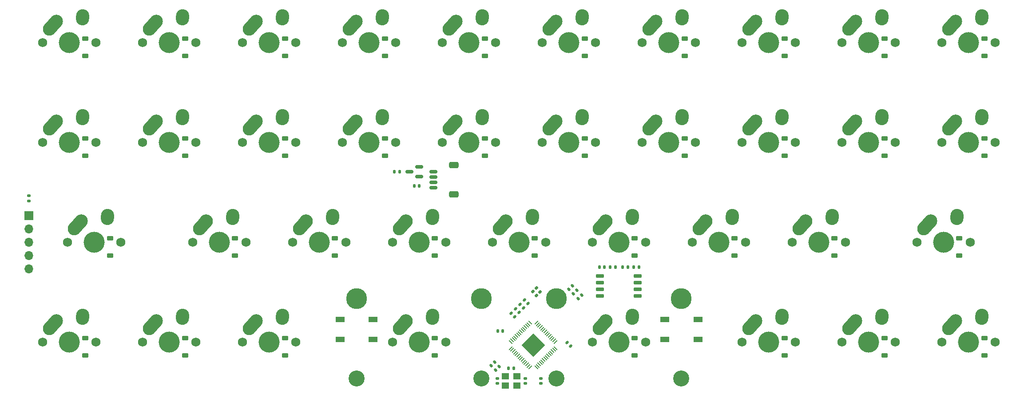
<source format=gbs>
%TF.GenerationSoftware,KiCad,Pcbnew,8.0.5*%
%TF.CreationDate,2024-10-22T20:48:18-04:00*%
%TF.ProjectId,alpha,616c7068-612e-46b6-9963-61645f706362,rev?*%
%TF.SameCoordinates,PX1c62fe0PY650e7e0*%
%TF.FileFunction,Soldermask,Bot*%
%TF.FilePolarity,Negative*%
%FSLAX46Y46*%
G04 Gerber Fmt 4.6, Leading zero omitted, Abs format (unit mm)*
G04 Created by KiCad (PCBNEW 8.0.5) date 2024-10-22 20:48:18*
%MOMM*%
%LPD*%
G01*
G04 APERTURE LIST*
G04 Aperture macros list*
%AMRoundRect*
0 Rectangle with rounded corners*
0 $1 Rounding radius*
0 $2 $3 $4 $5 $6 $7 $8 $9 X,Y pos of 4 corners*
0 Add a 4 corners polygon primitive as box body*
4,1,4,$2,$3,$4,$5,$6,$7,$8,$9,$2,$3,0*
0 Add four circle primitives for the rounded corners*
1,1,$1+$1,$2,$3*
1,1,$1+$1,$4,$5*
1,1,$1+$1,$6,$7*
1,1,$1+$1,$8,$9*
0 Add four rect primitives between the rounded corners*
20,1,$1+$1,$2,$3,$4,$5,0*
20,1,$1+$1,$4,$5,$6,$7,0*
20,1,$1+$1,$6,$7,$8,$9,0*
20,1,$1+$1,$8,$9,$2,$3,0*%
%AMHorizOval*
0 Thick line with rounded ends*
0 $1 width*
0 $2 $3 position (X,Y) of the first rounded end (center of the circle)*
0 $4 $5 position (X,Y) of the second rounded end (center of the circle)*
0 Add line between two ends*
20,1,$1,$2,$3,$4,$5,0*
0 Add two circle primitives to create the rounded ends*
1,1,$1,$2,$3*
1,1,$1,$4,$5*%
%AMRotRect*
0 Rectangle, with rotation*
0 The origin of the aperture is its center*
0 $1 length*
0 $2 width*
0 $3 Rotation angle, in degrees counterclockwise*
0 Add horizontal line*
21,1,$1,$2,0,0,$3*%
G04 Aperture macros list end*
%ADD10C,1.750000*%
%ADD11C,4.000000*%
%ADD12HorizOval,2.500000X0.656270X0.728862X-0.656270X-0.728862X0*%
%ADD13C,2.500000*%
%ADD14HorizOval,2.500000X0.020277X0.289981X-0.020277X-0.289981X0*%
%ADD15C,3.987800*%
%ADD16C,3.048000*%
%ADD17RoundRect,0.140000X0.219203X0.021213X0.021213X0.219203X-0.219203X-0.021213X-0.021213X-0.219203X0*%
%ADD18RoundRect,0.225000X0.375000X-0.225000X0.375000X0.225000X-0.375000X0.225000X-0.375000X-0.225000X0*%
%ADD19RoundRect,0.140000X-0.021213X0.219203X-0.219203X0.021213X0.021213X-0.219203X0.219203X-0.021213X0*%
%ADD20R,1.700000X1.000000*%
%ADD21RoundRect,0.135000X-0.135000X-0.185000X0.135000X-0.185000X0.135000X0.185000X-0.135000X0.185000X0*%
%ADD22RoundRect,0.140000X0.140000X0.170000X-0.140000X0.170000X-0.140000X-0.170000X0.140000X-0.170000X0*%
%ADD23RoundRect,0.150000X0.650000X0.150000X-0.650000X0.150000X-0.650000X-0.150000X0.650000X-0.150000X0*%
%ADD24RoundRect,0.140000X0.170000X-0.140000X0.170000X0.140000X-0.170000X0.140000X-0.170000X-0.140000X0*%
%ADD25RoundRect,0.150000X0.587500X0.150000X-0.587500X0.150000X-0.587500X-0.150000X0.587500X-0.150000X0*%
%ADD26R,1.400000X1.200000*%
%ADD27RoundRect,0.135000X-0.226274X-0.035355X-0.035355X-0.226274X0.226274X0.035355X0.035355X0.226274X0*%
%ADD28RoundRect,0.140000X0.021213X-0.219203X0.219203X-0.021213X-0.021213X0.219203X-0.219203X0.021213X0*%
%ADD29R,1.700000X1.700000*%
%ADD30O,1.700000X1.700000*%
%ADD31RoundRect,0.140000X-0.170000X0.140000X-0.170000X-0.140000X0.170000X-0.140000X0.170000X0.140000X0*%
%ADD32RoundRect,0.150000X-0.625000X0.150000X-0.625000X-0.150000X0.625000X-0.150000X0.625000X0.150000X0*%
%ADD33RoundRect,0.250000X-0.650000X0.350000X-0.650000X-0.350000X0.650000X-0.350000X0.650000X0.350000X0*%
%ADD34RoundRect,0.140000X-0.140000X-0.170000X0.140000X-0.170000X0.140000X0.170000X-0.140000X0.170000X0*%
%ADD35RoundRect,0.135000X0.185000X-0.135000X0.185000X0.135000X-0.185000X0.135000X-0.185000X-0.135000X0*%
%ADD36RoundRect,0.140000X-0.219203X-0.021213X-0.021213X-0.219203X0.219203X0.021213X0.021213X0.219203X0*%
%ADD37RoundRect,0.050000X0.309359X-0.238649X-0.238649X0.309359X-0.309359X0.238649X0.238649X-0.309359X0*%
%ADD38RoundRect,0.050000X0.309359X0.238649X0.238649X0.309359X-0.309359X-0.238649X-0.238649X-0.309359X0*%
%ADD39RotRect,3.200000X3.200000X135.000000*%
G04 APERTURE END LIST*
D10*
%TO.C,MX26*%
X128269889Y28574976D03*
D11*
X133349888Y28574976D03*
D10*
X138429887Y28574976D03*
D12*
X130196157Y31843836D03*
D13*
X130849888Y32574976D03*
D14*
X135869889Y33364976D03*
%TD*%
D10*
%TO.C,MX27*%
X147319873Y28574976D03*
D11*
X152399872Y28574976D03*
D10*
X157479871Y28574976D03*
D12*
X149246141Y31843836D03*
D13*
X149899872Y32574976D03*
D14*
X154919873Y33364976D03*
%TD*%
D10*
%TO.C,MX10*%
X175894850Y66674943D03*
D11*
X180974849Y66674943D03*
D10*
X186054848Y66674943D03*
D12*
X177821118Y69943803D03*
D13*
X178474849Y70674943D03*
D14*
X183494850Y71464943D03*
%TD*%
D10*
%TO.C,MX36*%
X175894849Y9524992D03*
D11*
X180974848Y9524992D03*
D10*
X186054847Y9524992D03*
D12*
X177821117Y12793852D03*
D13*
X178474848Y13524992D03*
D14*
X183494849Y14314992D03*
%TD*%
D10*
%TO.C,MX32*%
X71119937Y9524992D03*
D11*
X76199936Y9524992D03*
D10*
X81279935Y9524992D03*
D12*
X73046205Y12793852D03*
D13*
X73699936Y13524992D03*
D14*
X78719937Y14314992D03*
%TD*%
D10*
%TO.C,MX2*%
X23494977Y66674943D03*
D11*
X28574976Y66674943D03*
D10*
X33654975Y66674943D03*
D12*
X25421245Y69943803D03*
D13*
X26074976Y70674943D03*
D14*
X31094977Y71464943D03*
%TD*%
D10*
%TO.C,MX20*%
X9187640Y28574976D03*
D11*
X14267640Y28574976D03*
D10*
X19347640Y28574976D03*
D12*
X11113909Y31843836D03*
D13*
X11767640Y32574976D03*
D14*
X16787640Y33364976D03*
%TD*%
D10*
%TO.C,MX11*%
X4444993Y47624961D03*
D11*
X9524992Y47624961D03*
D10*
X14604991Y47624961D03*
D12*
X6371261Y50893821D03*
D13*
X7024992Y51624961D03*
D14*
X12044993Y52414961D03*
%TD*%
D10*
%TO.C,MX24*%
X90169921Y28574975D03*
D11*
X95249920Y28574975D03*
D10*
X100329919Y28574975D03*
D12*
X92096189Y31843835D03*
D13*
X92749920Y32574975D03*
D14*
X97769921Y33364975D03*
%TD*%
D10*
%TO.C,MX34*%
X137794880Y9524992D03*
D11*
X142874879Y9524992D03*
D10*
X147954878Y9524992D03*
D12*
X139721148Y12793852D03*
D13*
X140374879Y13524992D03*
D14*
X145394880Y14314992D03*
%TD*%
D15*
%TO.C,S2*%
X126206155Y17779992D03*
D16*
X126206154Y2539992D03*
X102393654Y2539992D03*
D15*
X102393653Y17779992D03*
%TD*%
D10*
%TO.C,MX19*%
X175894849Y47624960D03*
D11*
X180974848Y47624960D03*
D10*
X186054847Y47624960D03*
D12*
X177821117Y50893820D03*
D13*
X178474848Y51624960D03*
D14*
X183494849Y52414960D03*
%TD*%
D10*
%TO.C,MX22*%
X52069953Y28574975D03*
D11*
X57149952Y28574975D03*
D10*
X62229951Y28574975D03*
D12*
X53996221Y31843835D03*
D13*
X54649952Y32574975D03*
D14*
X59669953Y33364975D03*
%TD*%
D10*
%TO.C,MX23*%
X71119937Y28574975D03*
D11*
X76199936Y28574975D03*
D10*
X81279935Y28574975D03*
D12*
X73046205Y31843835D03*
D13*
X73699936Y32574975D03*
D14*
X78719937Y33364975D03*
%TD*%
D10*
%TO.C,MX3*%
X42544960Y66674943D03*
D11*
X47624959Y66674943D03*
D10*
X52704958Y66674943D03*
D12*
X44471228Y69943803D03*
D13*
X45124959Y70674943D03*
D14*
X50144960Y71464943D03*
%TD*%
D10*
%TO.C,MX30*%
X23494977Y9524992D03*
D11*
X28574976Y9524992D03*
D10*
X33654975Y9524992D03*
D12*
X25421245Y12793852D03*
D13*
X26074976Y13524992D03*
D14*
X31094977Y14314992D03*
%TD*%
D10*
%TO.C,MX15*%
X80644929Y47624961D03*
D11*
X85724928Y47624961D03*
D10*
X90804927Y47624961D03*
D12*
X82571197Y50893821D03*
D13*
X83224928Y51624961D03*
D14*
X88244929Y52414961D03*
%TD*%
D10*
%TO.C,MX1*%
X4444993Y66674943D03*
D11*
X9524992Y66674943D03*
D10*
X14604991Y66674943D03*
D12*
X6371261Y69943803D03*
D13*
X7024992Y70674943D03*
D14*
X12044993Y71464943D03*
%TD*%
D10*
%TO.C,MX4*%
X61594944Y66674943D03*
D11*
X66674943Y66674943D03*
D10*
X71754942Y66674943D03*
D12*
X63521212Y69943803D03*
D13*
X64174943Y70674943D03*
D14*
X69194944Y71464943D03*
%TD*%
D15*
%TO.C,S1*%
X88106187Y17779992D03*
D16*
X88106186Y2539992D03*
X64293686Y2539992D03*
D15*
X64293685Y17779992D03*
%TD*%
D10*
%TO.C,MX6*%
X99694913Y66674943D03*
D11*
X104774912Y66674943D03*
D10*
X109854911Y66674943D03*
D12*
X101621181Y69943803D03*
D13*
X102274912Y70674943D03*
D14*
X107294913Y71464943D03*
%TD*%
D10*
%TO.C,MX5*%
X80644929Y66674943D03*
D11*
X85724928Y66674943D03*
D10*
X90804927Y66674943D03*
D12*
X82571197Y69943803D03*
D13*
X83224928Y70674943D03*
D14*
X88244929Y71464943D03*
%TD*%
D10*
%TO.C,MX14*%
X61594945Y47624961D03*
D11*
X66674944Y47624961D03*
D10*
X71754943Y47624961D03*
D12*
X63521213Y50893821D03*
D13*
X64174944Y51624961D03*
D14*
X69194945Y52414961D03*
%TD*%
D10*
%TO.C,MX35*%
X156844865Y9524992D03*
D11*
X161924864Y9524992D03*
D10*
X167004863Y9524992D03*
D12*
X158771133Y12793852D03*
D13*
X159424864Y13524992D03*
D14*
X164444865Y14314992D03*
%TD*%
D10*
%TO.C,MX8*%
X137794881Y66674943D03*
D11*
X142874880Y66674943D03*
D10*
X147954879Y66674943D03*
D12*
X139721149Y69943803D03*
D13*
X140374880Y70674943D03*
D14*
X145394881Y71464943D03*
%TD*%
D10*
%TO.C,MX7*%
X118744897Y66674943D03*
D11*
X123824896Y66674943D03*
D10*
X128904895Y66674943D03*
D12*
X120671165Y69943803D03*
D13*
X121324896Y70674943D03*
D14*
X126344897Y71464943D03*
%TD*%
D10*
%TO.C,MX16*%
X99694912Y47624960D03*
D11*
X104774911Y47624960D03*
D10*
X109854910Y47624960D03*
D12*
X101621180Y50893820D03*
D13*
X102274911Y51624960D03*
D14*
X107294912Y52414960D03*
%TD*%
D10*
%TO.C,MX12*%
X23494977Y47624960D03*
D11*
X28574976Y47624960D03*
D10*
X33654975Y47624960D03*
D12*
X25421245Y50893820D03*
D13*
X26074976Y51624960D03*
D14*
X31094977Y52414960D03*
%TD*%
D10*
%TO.C,MX28*%
X171132352Y28574976D03*
D11*
X176212352Y28574976D03*
D10*
X181292352Y28574976D03*
D12*
X173058621Y31843836D03*
D13*
X173712352Y32574976D03*
D14*
X178732352Y33364976D03*
%TD*%
D10*
%TO.C,MX9*%
X156844865Y66674943D03*
D11*
X161924864Y66674943D03*
D10*
X167004863Y66674943D03*
D12*
X158771133Y69943803D03*
D13*
X159424864Y70674943D03*
D14*
X164444865Y71464943D03*
%TD*%
D10*
%TO.C,MX21*%
X33019969Y28574976D03*
D11*
X38099968Y28574976D03*
D10*
X43179967Y28574976D03*
D12*
X34946237Y31843836D03*
D13*
X35599968Y32574976D03*
D14*
X40619969Y33364976D03*
%TD*%
D10*
%TO.C,MX29*%
X4444993Y9524992D03*
D11*
X9524992Y9524992D03*
D10*
X14604991Y9524992D03*
D12*
X6371261Y12793852D03*
D13*
X7024992Y13524992D03*
D14*
X12044993Y14314992D03*
%TD*%
D10*
%TO.C,MX33*%
X109219905Y9524992D03*
D11*
X114299904Y9524992D03*
D10*
X119379903Y9524992D03*
D12*
X111146173Y12793852D03*
D13*
X111799904Y13524992D03*
D14*
X116819905Y14314992D03*
%TD*%
D10*
%TO.C,MX31*%
X42544961Y9524992D03*
D11*
X47624960Y9524992D03*
D10*
X52704959Y9524992D03*
D12*
X44471229Y12793852D03*
D13*
X45124960Y13524992D03*
D14*
X50144961Y14314992D03*
%TD*%
D10*
%TO.C,MX17*%
X118744897Y47624960D03*
D11*
X123824896Y47624960D03*
D10*
X128904895Y47624960D03*
D12*
X120671165Y50893820D03*
D13*
X121324896Y51624960D03*
D14*
X126344897Y52414960D03*
%TD*%
D10*
%TO.C,MX13*%
X42544961Y47624960D03*
D11*
X47624960Y47624960D03*
D10*
X52704959Y47624960D03*
D12*
X44471229Y50893820D03*
D13*
X45124960Y51624960D03*
D14*
X50144961Y52414960D03*
%TD*%
D10*
%TO.C,MX25*%
X109219905Y28574976D03*
D11*
X114299904Y28574976D03*
D10*
X119379903Y28574976D03*
D12*
X111146173Y31843836D03*
D13*
X111799904Y32574976D03*
D14*
X116819905Y33364976D03*
%TD*%
D10*
%TO.C,MX37*%
X156844865Y47624960D03*
D11*
X161924864Y47624960D03*
D10*
X167004863Y47624960D03*
D12*
X158771133Y50893820D03*
D13*
X159424864Y51624960D03*
D14*
X164444865Y52414960D03*
%TD*%
D10*
%TO.C,MX18*%
X137794881Y47624960D03*
D11*
X142874880Y47624960D03*
D10*
X147954879Y47624960D03*
D12*
X139721149Y50893820D03*
D13*
X140374880Y51624960D03*
D14*
X145394881Y52414960D03*
%TD*%
D17*
%TO.C,C_3V-Decoup1*%
X94408022Y14338557D03*
X93729200Y15017379D03*
%TD*%
D18*
%TO.C,D28*%
X179188912Y26032008D03*
X179188912Y29332008D03*
%TD*%
%TO.C,D30*%
X31551536Y6982023D03*
X31551536Y10282023D03*
%TD*%
D19*
%TO.C,C_3V-Decoup6*%
X91422147Y4804250D03*
X90743325Y4125428D03*
%TD*%
D18*
%TO.C,D11*%
X12501552Y45081994D03*
X12501552Y48381994D03*
%TD*%
D20*
%TO.C,SW2*%
X123056146Y10006239D03*
X129356144Y10006239D03*
X123056146Y13806239D03*
X129356144Y13806239D03*
%TD*%
D18*
%TO.C,D36*%
X183951408Y6982023D03*
X183951408Y10282023D03*
%TD*%
D21*
%TO.C,R_Crystal1*%
X93251641Y4464839D03*
X94271639Y4464839D03*
%TD*%
D22*
%TO.C,C_LD2*%
X76199937Y39290591D03*
X75239937Y39290591D03*
%TD*%
D18*
%TO.C,D33*%
X117276464Y6982023D03*
X117276464Y10282023D03*
%TD*%
D23*
%TO.C,U2*%
X117899904Y22145608D03*
X117899904Y20875608D03*
X117899904Y19605608D03*
X117899904Y18335608D03*
X110699904Y18335608D03*
X110699904Y19605608D03*
X110699904Y20875608D03*
X110699904Y22145608D03*
%TD*%
D18*
%TO.C,D4*%
X69651504Y64131975D03*
X69651504Y67431975D03*
%TD*%
D21*
%TO.C,R_Flash2*%
X114980529Y23812479D03*
X116000527Y23812479D03*
%TD*%
D22*
%TO.C,C_LD1*%
X72468219Y41981215D03*
X71508219Y41981215D03*
%TD*%
D18*
%TO.C,D2*%
X31551536Y64131976D03*
X31551536Y67431976D03*
%TD*%
D17*
%TO.C,C_3V-Decoup2*%
X96091818Y16022353D03*
X95412996Y16701175D03*
%TD*%
D18*
%TO.C,D21*%
X41076528Y26032008D03*
X41076528Y29332008D03*
%TD*%
%TO.C,D9*%
X164901424Y64131976D03*
X164901424Y67431976D03*
%TD*%
D24*
%TO.C,C_Crystal1*%
X96440544Y1603591D03*
X96440544Y2563591D03*
%TD*%
D18*
%TO.C,D27*%
X155376432Y26032007D03*
X155376432Y29332007D03*
%TD*%
%TO.C,D24*%
X98226480Y26032007D03*
X98226480Y29332007D03*
%TD*%
D25*
%TO.C,U3*%
X76199936Y42931215D03*
X76199936Y41031215D03*
X74324935Y41981215D03*
%TD*%
D18*
%TO.C,D13*%
X50601520Y45081993D03*
X50601520Y48381993D03*
%TD*%
D26*
%TO.C,Y1*%
X92661640Y2933591D03*
X94861640Y2933591D03*
X94861640Y1233591D03*
X92661640Y1233591D03*
%TD*%
D27*
%TO.C,R_DATA2*%
X97865856Y19112952D03*
X98587104Y18391704D03*
%TD*%
D28*
%TO.C,C_3V-Decoup9*%
X105626125Y18710572D03*
X106304947Y19389394D03*
%TD*%
D29*
%TO.C,J2*%
X1785936Y33649975D03*
D30*
X1785936Y31109975D03*
X1785936Y28569976D03*
X1785936Y26029975D03*
X1785936Y23489975D03*
%TD*%
D18*
%TO.C,D31*%
X50601520Y6982023D03*
X50601520Y10282023D03*
%TD*%
%TO.C,D18*%
X145851439Y45081993D03*
X145851439Y48381993D03*
%TD*%
D31*
%TO.C,C_3V-Decoup4*%
X99417104Y2563591D03*
X99417104Y1603591D03*
%TD*%
D18*
%TO.C,D14*%
X69651504Y45081993D03*
X69651504Y48381993D03*
%TD*%
%TO.C,D7*%
X126801456Y64131976D03*
X126801456Y67431976D03*
%TD*%
%TO.C,D35*%
X164901424Y6982023D03*
X164901424Y10282023D03*
%TD*%
%TO.C,D34*%
X145851440Y6982023D03*
X145851440Y10282023D03*
%TD*%
%TO.C,D1*%
X12501552Y64131976D03*
X12501552Y67431976D03*
%TD*%
%TO.C,D29*%
X12501552Y6982023D03*
X12501552Y10282023D03*
%TD*%
%TO.C,D20*%
X17264048Y26032008D03*
X17264048Y29332008D03*
%TD*%
%TO.C,D5*%
X88701488Y64131975D03*
X88701488Y67431975D03*
%TD*%
%TO.C,D26*%
X136326448Y26032007D03*
X136326448Y29332007D03*
%TD*%
%TO.C,D8*%
X145851440Y64131976D03*
X145851440Y67431976D03*
%TD*%
D22*
%TO.C,C_3V-Decoup8*%
X92158048Y11608583D03*
X91198048Y11608583D03*
%TD*%
D24*
%TO.C,C_Crystal2*%
X91082737Y1603591D03*
X91082737Y2563591D03*
%TD*%
D28*
%TO.C,C_3V-Decoup3*%
X104733157Y19603540D03*
X105411979Y20282362D03*
%TD*%
D18*
%TO.C,D12*%
X31551536Y45081993D03*
X31551536Y48381993D03*
%TD*%
%TO.C,D6*%
X107751472Y64131975D03*
X107751472Y67431975D03*
%TD*%
D21*
%TO.C,R_Flash1*%
X112599281Y23812479D03*
X113619279Y23812479D03*
%TD*%
D32*
%TO.C,J1*%
X78962432Y41981215D03*
X78962432Y40981215D03*
X78962432Y39981215D03*
X78962432Y38981215D03*
D33*
X82837432Y43281215D03*
X82837432Y37681215D03*
%TD*%
D18*
%TO.C,D37*%
X164901424Y45081993D03*
X164901424Y48381993D03*
%TD*%
%TO.C,D25*%
X117276464Y26032007D03*
X117276464Y29332007D03*
%TD*%
D17*
%TO.C,C_1V-Decoup3*%
X96933716Y16864251D03*
X96254894Y17543073D03*
%TD*%
D27*
%TO.C,R_DATA1*%
X98557604Y19804699D03*
X99278852Y19083451D03*
%TD*%
D18*
%TO.C,D17*%
X126801456Y45081992D03*
X126801456Y48381992D03*
%TD*%
D34*
%TO.C,C_Flash1*%
X110545688Y23812479D03*
X111505688Y23812479D03*
%TD*%
D35*
%TO.C,R_RST1*%
X1785936Y36399345D03*
X1785936Y37419343D03*
%TD*%
D18*
%TO.C,D23*%
X79176496Y26032007D03*
X79176496Y29332007D03*
%TD*%
%TO.C,D22*%
X60126511Y26032007D03*
X60126511Y29332007D03*
%TD*%
%TO.C,D15*%
X88701488Y45081993D03*
X88701488Y48381993D03*
%TD*%
D36*
%TO.C,C_3V-Decoup5*%
X104375116Y9422851D03*
X105053938Y8744029D03*
%TD*%
D17*
%TO.C,C_3V-Decoup7*%
X95249920Y15180455D03*
X94571098Y15859277D03*
%TD*%
D18*
%TO.C,D19*%
X183951408Y45081993D03*
X183951408Y48381993D03*
%TD*%
%TO.C,D10*%
X183951408Y64131976D03*
X183951408Y67431976D03*
%TD*%
D28*
%TO.C,C_1V-Decoup2*%
X106519093Y17817604D03*
X107197915Y18496426D03*
%TD*%
D18*
%TO.C,D32*%
X79176496Y6982023D03*
X79176496Y10282023D03*
%TD*%
D20*
%TO.C,SW1*%
X61143697Y10006239D03*
X67443695Y10006239D03*
X61143697Y13806239D03*
X67443695Y13806239D03*
%TD*%
D37*
%TO.C,U1*%
X102197981Y8337477D03*
X101915138Y8054634D03*
X101632296Y7771792D03*
X101349453Y7488949D03*
X101066610Y7206106D03*
X100783768Y6923264D03*
X100500925Y6640421D03*
X100218082Y6357578D03*
X99935239Y6074735D03*
X99652397Y5791893D03*
X99369554Y5509050D03*
X99086711Y5226207D03*
X98803869Y4943365D03*
X98521026Y4660522D03*
D38*
X97336622Y4660522D03*
X97053779Y4943365D03*
X96770937Y5226207D03*
X96488094Y5509050D03*
X96205251Y5791893D03*
X95922409Y6074735D03*
X95639566Y6357578D03*
X95356723Y6640421D03*
X95073880Y6923264D03*
X94791038Y7206106D03*
X94508195Y7488949D03*
X94225352Y7771792D03*
X93942510Y8054634D03*
X93659667Y8337477D03*
D37*
X93659667Y9521881D03*
X93942510Y9804724D03*
X94225352Y10087566D03*
X94508195Y10370409D03*
X94791038Y10653252D03*
X95073880Y10936094D03*
X95356723Y11218937D03*
X95639566Y11501780D03*
X95922409Y11784623D03*
X96205251Y12067465D03*
X96488094Y12350308D03*
X96770937Y12633151D03*
X97053779Y12915993D03*
X97336622Y13198836D03*
D38*
X98521026Y13198836D03*
X98803869Y12915993D03*
X99086711Y12633151D03*
X99369554Y12350308D03*
X99652397Y12067465D03*
X99935239Y11784623D03*
X100218082Y11501780D03*
X100500925Y11218937D03*
X100783768Y10936094D03*
X101066610Y10653252D03*
X101349453Y10370409D03*
X101632296Y10087566D03*
X101915138Y9804724D03*
X102197981Y9521881D03*
D39*
X97928824Y8929679D03*
%TD*%
D18*
%TO.C,D3*%
X50601520Y64131976D03*
X50601520Y67431976D03*
%TD*%
D19*
%TO.C,C_1V-Decoup1*%
X90580248Y5646149D03*
X89901426Y4967327D03*
%TD*%
D18*
%TO.C,D16*%
X107751472Y45081992D03*
X107751472Y48381992D03*
%TD*%
D21*
%TO.C,R_Flash3*%
X117064121Y23812479D03*
X118084119Y23812479D03*
%TD*%
M02*

</source>
